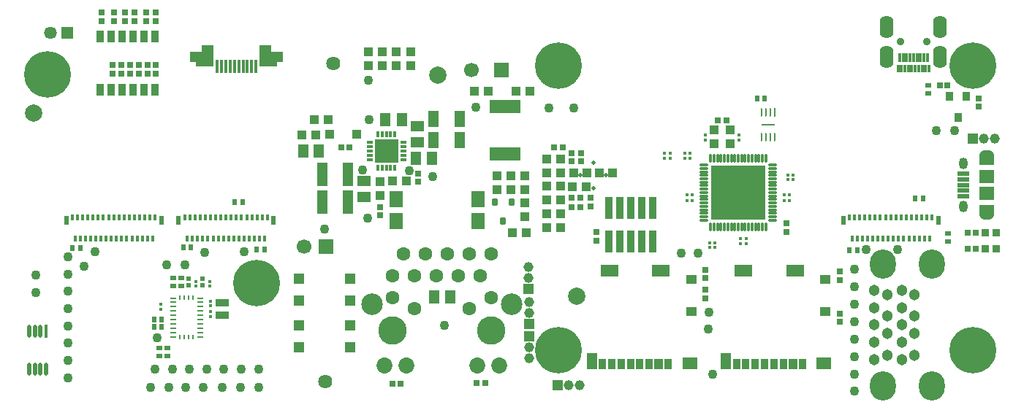
<source format=gts>
G04*
G04 #@! TF.GenerationSoftware,Altium Limited,Altium Designer,21.6.1 (37)*
G04*
G04 Layer_Color=8388736*
%FSLAX44Y44*%
%MOMM*%
G71*
G04*
G04 #@! TF.SameCoordinates,B15FB352-D5CA-4759-B8DC-376305D7300E*
G04*
G04*
G04 #@! TF.FilePolarity,Negative*
G04*
G01*
G75*
%ADD40R,0.2500X0.5750*%
%ADD41R,0.6750X0.2500*%
G04:AMPARAMS|DCode=47|XSize=1.0111mm|YSize=0.2425mm|CornerRadius=0.1212mm|HoleSize=0mm|Usage=FLASHONLY|Rotation=270.000|XOffset=0mm|YOffset=0mm|HoleType=Round|Shape=RoundedRectangle|*
%AMROUNDEDRECTD47*
21,1,1.0111,0.0000,0,0,270.0*
21,1,0.7686,0.2425,0,0,270.0*
1,1,0.2425,0.0000,-0.3843*
1,1,0.2425,0.0000,0.3843*
1,1,0.2425,0.0000,0.3843*
1,1,0.2425,0.0000,-0.3843*
%
%ADD47ROUNDEDRECTD47*%
%ADD64R,0.2425X1.0111*%
%ADD75R,0.4500X1.5000*%
%ADD76O,0.4500X1.5000*%
%ADD77C,1.1016*%
%ADD78R,1.6516X1.4516*%
%ADD79R,1.2716X1.9016*%
%ADD80R,2.0016X1.4516*%
%ADD81R,1.3016X1.1016*%
%ADD82R,0.9516X1.2016*%
%ADD83R,0.9766X1.2016*%
%ADD84R,0.8516X1.2016*%
%ADD85R,0.7516X0.6516*%
%ADD86R,0.4216X0.4616*%
%ADD87R,1.1016X1.0016*%
%ADD88R,0.5516X0.6516*%
%ADD89R,1.1016X1.1016*%
%ADD90R,0.4066X1.5066*%
%ADD91R,0.5000X1.0500*%
%ADD92R,0.4000X0.7500*%
%ADD93C,2.0000*%
%ADD94R,0.6516X0.5516*%
%ADD95R,0.6216X0.6216*%
%ADD96R,1.5016X0.8516*%
%ADD97O,1.1016X0.3016*%
%ADD98O,0.3016X1.1016*%
%ADD99R,1.0016X1.1016*%
%ADD100R,0.6516X0.7516*%
%ADD101R,0.7216X0.7216*%
%ADD102R,0.7216X0.7216*%
%ADD103R,1.2516X1.9016*%
G04:AMPARAMS|DCode=104|XSize=0.6516mm|YSize=0.9016mm|CornerRadius=0.1003mm|HoleSize=0mm|Usage=FLASHONLY|Rotation=0.000|XOffset=0mm|YOffset=0mm|HoleType=Round|Shape=RoundedRectangle|*
%AMROUNDEDRECTD104*
21,1,0.6516,0.7010,0,0,0.0*
21,1,0.4510,0.9016,0,0,0.0*
1,1,0.2006,0.2255,-0.3505*
1,1,0.2006,-0.2255,-0.3505*
1,1,0.2006,-0.2255,0.3505*
1,1,0.2006,0.2255,0.3505*
%
%ADD104ROUNDEDRECTD104*%
%ADD105R,0.3316X0.9516*%
%ADD106R,0.3316X1.1016*%
%ADD107R,0.9016X1.1016*%
%ADD108R,1.2516X1.5516*%
%ADD109R,1.6516X1.6016*%
%ADD110R,1.4516X0.5016*%
%ADD111R,0.8616X2.5016*%
%ADD112R,6.3016X6.3016*%
%ADD113R,1.6500X0.2500*%
%ADD114R,0.9016X0.9016*%
%ADD115R,1.3016X1.3016*%
%ADD116R,0.4616X0.4216*%
%ADD117R,0.8616X1.3516*%
%ADD118R,1.6216X1.8816*%
%ADD119R,0.3516X0.8016*%
%ADD120R,0.8016X0.3516*%
%ADD121R,2.7016X2.7016*%
%ADD122R,1.0016X1.0516*%
%ADD123R,1.2516X2.8016*%
%ADD124R,1.1516X1.5016*%
%ADD125R,3.6616X1.5016*%
%ADD126R,1.5016X1.1516*%
%ADD127R,1.3516X2.4016*%
%ADD128R,2.7516X1.2016*%
%ADD129R,2.0516X1.7016*%
%ADD130R,1.6516X1.3016*%
%ADD131R,1.6516X1.3016*%
%ADD132C,1.1516*%
%ADD133R,1.1516X1.1516*%
%ADD134O,3.0016X3.4016*%
%ADD135C,1.3016*%
%ADD136R,1.4696X1.4696*%
%ADD137C,1.4696*%
%ADD138C,1.6256*%
%ADD139C,5.4000*%
%ADD140C,1.8516*%
%ADD141C,1.7000*%
%ADD142C,2.5016*%
%ADD143C,0.5080*%
%ADD144O,1.6016X2.6516*%
%ADD145O,1.6516X1.0016*%
%ADD146O,1.0516X1.3516*%
%ADD147R,1.1516X1.1516*%
%ADD148C,0.9116*%
%ADD149R,1.7000X1.7000*%
%ADD150C,1.6016*%
%ADD151C,3.3016*%
%ADD152C,0.1016*%
%ADD153C,0.6080*%
%ADD154C,0.6016*%
D40*
X186951Y120906D02*
D03*
X191951D02*
D03*
X196951D02*
D03*
X201951D02*
D03*
Y74656D02*
D03*
X196951D02*
D03*
X191951D02*
D03*
X186951D02*
D03*
D41*
X178826Y75281D02*
D03*
Y80281D02*
D03*
Y85281D02*
D03*
Y90281D02*
D03*
Y95281D02*
D03*
Y100281D02*
D03*
Y105281D02*
D03*
Y110281D02*
D03*
Y115281D02*
D03*
Y120281D02*
D03*
X210076Y115281D02*
D03*
Y110281D02*
D03*
Y105281D02*
D03*
Y100281D02*
D03*
Y95281D02*
D03*
Y90281D02*
D03*
Y85281D02*
D03*
Y80281D02*
D03*
Y75281D02*
D03*
Y120281D02*
D03*
D47*
X875418Y307059D02*
D03*
X860418Y336069D02*
D03*
X870418Y307059D02*
D03*
X865418D02*
D03*
X860418D02*
D03*
X865418Y336069D02*
D03*
X870418D02*
D03*
D64*
X875418D02*
D03*
D75*
X31750Y81500D02*
D03*
D76*
X25250D02*
D03*
X18750D02*
D03*
X12250D02*
D03*
X25250Y37500D02*
D03*
X31750D02*
D03*
X18750D02*
D03*
X12250D02*
D03*
D77*
X1063000Y314750D02*
D03*
X967750Y12000D02*
D03*
X75750Y157500D02*
D03*
X171750Y158500D02*
D03*
X257750Y38000D02*
D03*
X277750D02*
D03*
X197750D02*
D03*
X88000Y174000D02*
D03*
X1017750Y176250D02*
D03*
X215000Y173000D02*
D03*
X261000Y174000D02*
D03*
X981500Y176250D02*
D03*
X643041Y340900D02*
D03*
X967750Y153750D02*
D03*
X493000Y89000D02*
D03*
X57000Y168000D02*
D03*
X20000Y147000D02*
D03*
Y127000D02*
D03*
X152750Y16500D02*
D03*
X277750D02*
D03*
X614244Y340634D02*
D03*
X1084500Y314750D02*
D03*
X767750Y172750D02*
D03*
X787250D02*
D03*
X257250Y16500D02*
D03*
X236000D02*
D03*
X214000D02*
D03*
X173500D02*
D03*
X193500D02*
D03*
X160000Y74000D02*
D03*
X57000Y27773D02*
D03*
Y68000D02*
D03*
Y48000D02*
D03*
Y88000D02*
D03*
Y108000D02*
D03*
Y128000D02*
D03*
Y148000D02*
D03*
X237750Y38000D02*
D03*
X177750D02*
D03*
X157750D02*
D03*
X217750D02*
D03*
X192250Y158500D02*
D03*
X799000Y84000D02*
D03*
X799250Y103500D02*
D03*
X967750Y133500D02*
D03*
Y113360D02*
D03*
Y32000D02*
D03*
Y92984D02*
D03*
Y52500D02*
D03*
Y72750D02*
D03*
X479740Y261404D02*
D03*
X398448Y268680D02*
D03*
X529778Y342176D02*
D03*
X803656Y32004D02*
D03*
X403794Y213398D02*
D03*
X452562Y268262D02*
D03*
X354010Y200190D02*
D03*
X405000Y373000D02*
D03*
X406080Y327698D02*
D03*
D78*
X932475Y44725D02*
D03*
X777194Y44722D02*
D03*
D79*
X819275Y46975D02*
D03*
X663994Y46972D02*
D03*
D80*
X899225Y151725D02*
D03*
X839525D02*
D03*
X684244Y151722D02*
D03*
X743944D02*
D03*
D81*
X934225Y141975D02*
D03*
Y104975D02*
D03*
X778944Y141972D02*
D03*
Y104972D02*
D03*
D82*
X907875Y43475D02*
D03*
X885875D02*
D03*
X874875D02*
D03*
X863875D02*
D03*
X852875D02*
D03*
X841875D02*
D03*
X719594Y43472D02*
D03*
X697594D02*
D03*
X752594D02*
D03*
X730594D02*
D03*
X708594D02*
D03*
X686594D02*
D03*
D83*
X896875Y43475D02*
D03*
X741594Y43472D02*
D03*
D84*
X831375Y43475D02*
D03*
X676094Y43472D02*
D03*
D85*
X950750Y92500D02*
D03*
Y102500D02*
D03*
X951000Y141500D02*
D03*
Y151500D02*
D03*
X662313Y226820D02*
D03*
X95962Y452000D02*
D03*
X110000D02*
D03*
X123000D02*
D03*
X134000D02*
D03*
X148000D02*
D03*
X158700D02*
D03*
X119000Y391000D02*
D03*
X139000D02*
D03*
X149000D02*
D03*
X109000D02*
D03*
X129000D02*
D03*
X159000D02*
D03*
X889200Y197100D02*
D03*
X795250Y153250D02*
D03*
X651256Y278718D02*
D03*
X640334D02*
D03*
X668838Y196633D02*
D03*
X159000Y381000D02*
D03*
X129000D02*
D03*
X109000D02*
D03*
X149000D02*
D03*
X139000D02*
D03*
X119000D02*
D03*
X889200Y207100D02*
D03*
X668838Y186633D02*
D03*
X640334Y288718D02*
D03*
X651256D02*
D03*
X158700Y442000D02*
D03*
X148000D02*
D03*
X134000D02*
D03*
X123000D02*
D03*
X110000D02*
D03*
X95962D02*
D03*
X662313Y236820D02*
D03*
X795250Y143250D02*
D03*
Y130250D02*
D03*
Y120250D02*
D03*
D86*
X222600Y111218D02*
D03*
Y116818D02*
D03*
Y104360D02*
D03*
Y98760D02*
D03*
X165000Y107200D02*
D03*
Y112800D02*
D03*
X205000Y134200D02*
D03*
Y139800D02*
D03*
X221000Y134200D02*
D03*
Y139800D02*
D03*
X748300Y282500D02*
D03*
Y288100D02*
D03*
X754900Y282500D02*
D03*
Y288100D02*
D03*
X795528Y309378D02*
D03*
X834644Y303778D02*
D03*
Y309378D02*
D03*
X795528Y303778D02*
D03*
X842772Y188976D02*
D03*
Y183376D02*
D03*
X836422Y188976D02*
D03*
Y183376D02*
D03*
X771400Y282500D02*
D03*
Y288100D02*
D03*
X777900Y282500D02*
D03*
Y288100D02*
D03*
X891032Y263150D02*
D03*
Y257550D02*
D03*
X897102Y263150D02*
D03*
Y257550D02*
D03*
X806704Y184664D02*
D03*
Y179064D02*
D03*
X800215Y184662D02*
D03*
Y179062D02*
D03*
D87*
X405000Y390000D02*
D03*
Y406000D02*
D03*
X421000Y406000D02*
D03*
Y390000D02*
D03*
X586590Y215028D02*
D03*
X805836Y315090D02*
D03*
X824336Y299590D02*
D03*
Y315090D02*
D03*
X805836Y299590D02*
D03*
X570144Y261762D02*
D03*
Y245762D02*
D03*
X437000Y390000D02*
D03*
Y406000D02*
D03*
X454000Y390000D02*
D03*
Y406000D02*
D03*
X418450Y255550D02*
D03*
Y239550D02*
D03*
X554142Y261762D02*
D03*
Y245762D02*
D03*
X586654Y261762D02*
D03*
Y245762D02*
D03*
X586590Y231028D02*
D03*
D88*
X71500Y178000D02*
D03*
X62500D02*
D03*
X156700Y86900D02*
D03*
X165700D02*
D03*
X156700Y95700D02*
D03*
X165700D02*
D03*
X962500Y176000D02*
D03*
X971500D02*
D03*
X199500Y179000D02*
D03*
X190500D02*
D03*
X1038500Y236000D02*
D03*
X1047500D02*
D03*
X284800Y176600D02*
D03*
X275800D02*
D03*
X250500Y232000D02*
D03*
X259500D02*
D03*
X855293Y352228D02*
D03*
X864293D02*
D03*
D89*
X215227Y398848D02*
D03*
X289377Y398768D02*
D03*
D90*
X229887Y388958D02*
D03*
X234887D02*
D03*
X239887D02*
D03*
X244887D02*
D03*
X249887D02*
D03*
X254887D02*
D03*
X259887D02*
D03*
X264887D02*
D03*
X269887D02*
D03*
X274887D02*
D03*
D03*
D91*
X295122Y210158D02*
D03*
X185122D02*
D03*
X55122D02*
D03*
X165122D02*
D03*
X955122D02*
D03*
X1065122D02*
D03*
D92*
X195197Y189158D02*
D03*
X201197D02*
D03*
X207197D02*
D03*
X213197D02*
D03*
X219197D02*
D03*
X225197D02*
D03*
X231197D02*
D03*
X237197D02*
D03*
X243197D02*
D03*
X249197D02*
D03*
X255197D02*
D03*
X261197D02*
D03*
X267197D02*
D03*
X273197D02*
D03*
X279197D02*
D03*
X192122Y213657D02*
D03*
X198122D02*
D03*
X204122D02*
D03*
X210122D02*
D03*
X216122D02*
D03*
X222122D02*
D03*
X228122D02*
D03*
X234122D02*
D03*
X240122D02*
D03*
X246122D02*
D03*
X252122D02*
D03*
X258122D02*
D03*
X264122D02*
D03*
X270122D02*
D03*
X276122D02*
D03*
X282122D02*
D03*
X285197Y189158D02*
D03*
X288122Y213657D02*
D03*
X158122D02*
D03*
X155197Y189158D02*
D03*
X152122Y213657D02*
D03*
X146122D02*
D03*
X140122D02*
D03*
X134122D02*
D03*
X128122D02*
D03*
X122122D02*
D03*
X116122D02*
D03*
X110122D02*
D03*
X104122D02*
D03*
X98122D02*
D03*
X92122D02*
D03*
X86122D02*
D03*
X80122D02*
D03*
X74122D02*
D03*
X68122D02*
D03*
X62122D02*
D03*
X149197Y189158D02*
D03*
X143197D02*
D03*
X137197D02*
D03*
X131197D02*
D03*
X125197D02*
D03*
X119197D02*
D03*
X113197D02*
D03*
X107197D02*
D03*
X101197D02*
D03*
X95197D02*
D03*
X89197D02*
D03*
X83197D02*
D03*
X77197D02*
D03*
X71197D02*
D03*
X65197D02*
D03*
X1058122Y213657D02*
D03*
X1055197Y189158D02*
D03*
X1052122Y213657D02*
D03*
X1046122D02*
D03*
X1040122D02*
D03*
X1034122D02*
D03*
X1028122D02*
D03*
X1022122D02*
D03*
X1016122D02*
D03*
X1010122D02*
D03*
X1004122D02*
D03*
X998122D02*
D03*
X992122D02*
D03*
X986122D02*
D03*
X980122D02*
D03*
X974122D02*
D03*
X968122D02*
D03*
X962122D02*
D03*
X1049197Y189158D02*
D03*
X1043197D02*
D03*
X1037197D02*
D03*
X1031197D02*
D03*
X1025197D02*
D03*
X1019197D02*
D03*
X1013197D02*
D03*
X1007197D02*
D03*
X1001197D02*
D03*
X995197D02*
D03*
X989197D02*
D03*
X983197D02*
D03*
X977197D02*
D03*
X971197D02*
D03*
X965197D02*
D03*
D93*
X17000Y335000D02*
D03*
X485250Y379250D02*
D03*
X646000Y122250D02*
D03*
D94*
X172250Y62250D02*
D03*
Y53250D02*
D03*
X163250Y62250D02*
D03*
Y53250D02*
D03*
X179000Y143500D02*
D03*
Y134500D02*
D03*
X187989Y143500D02*
D03*
Y134500D02*
D03*
X1076750Y186250D02*
D03*
Y195250D02*
D03*
X1053750Y367000D02*
D03*
Y358000D02*
D03*
D95*
X197000Y143000D02*
D03*
Y135000D02*
D03*
X213000Y143000D02*
D03*
Y135000D02*
D03*
D96*
X235750Y115050D02*
D03*
Y100450D02*
D03*
D97*
X793506Y230762D02*
D03*
Y242762D02*
D03*
X793506Y266762D02*
D03*
X873506Y254762D02*
D03*
X793506Y218762D02*
D03*
X793506Y254762D02*
D03*
X873506Y266762D02*
D03*
X873506Y230762D02*
D03*
Y210762D02*
D03*
Y214762D02*
D03*
X873506Y218762D02*
D03*
Y222762D02*
D03*
Y226762D02*
D03*
X873506Y234762D02*
D03*
Y238762D02*
D03*
Y242762D02*
D03*
Y246762D02*
D03*
Y250762D02*
D03*
X873506Y258762D02*
D03*
X873506Y262762D02*
D03*
Y270762D02*
D03*
X873506Y274762D02*
D03*
X793506D02*
D03*
X793506Y270762D02*
D03*
Y262762D02*
D03*
X793506Y258762D02*
D03*
X793506Y250762D02*
D03*
Y246762D02*
D03*
Y238762D02*
D03*
Y234762D02*
D03*
X793506Y226762D02*
D03*
Y222762D02*
D03*
X793506Y214762D02*
D03*
Y210762D02*
D03*
D98*
X825506Y282762D02*
D03*
X845506Y202762D02*
D03*
X833506D02*
D03*
X809506Y202762D02*
D03*
Y282762D02*
D03*
X821506Y282762D02*
D03*
X857506Y202762D02*
D03*
X821506Y202762D02*
D03*
X801506D02*
D03*
X805506D02*
D03*
X813506Y202762D02*
D03*
X817506D02*
D03*
X825506Y202762D02*
D03*
X829506D02*
D03*
X837506D02*
D03*
X841506D02*
D03*
X849506Y202762D02*
D03*
X853506Y202762D02*
D03*
X861506D02*
D03*
X865506Y202762D02*
D03*
Y282762D02*
D03*
X861506Y282762D02*
D03*
X857506Y282762D02*
D03*
X853506Y282762D02*
D03*
X849506Y282762D02*
D03*
X845506Y282762D02*
D03*
X841506D02*
D03*
X837506D02*
D03*
X833506D02*
D03*
X829506D02*
D03*
X817506Y282762D02*
D03*
X813506D02*
D03*
X805506Y282762D02*
D03*
X801506D02*
D03*
D99*
X611452Y218440D02*
D03*
Y234188D02*
D03*
Y249936D02*
D03*
Y202438D02*
D03*
Y265938D02*
D03*
Y281686D02*
D03*
X657600Y249400D02*
D03*
X528128Y360464D02*
D03*
X658600Y265850D02*
D03*
X672250Y265800D02*
D03*
X627452Y218440D02*
D03*
Y234188D02*
D03*
Y249936D02*
D03*
Y202438D02*
D03*
Y265938D02*
D03*
Y281686D02*
D03*
X641600Y249400D02*
D03*
X592000Y360550D02*
D03*
X642600Y265850D02*
D03*
X688250Y265800D02*
D03*
X576000Y360550D02*
D03*
X342520Y327406D02*
D03*
X358520D02*
D03*
X588136Y195834D02*
D03*
X572136D02*
D03*
X544128Y360464D02*
D03*
X344104Y309410D02*
D03*
X328104D02*
D03*
X448878Y256324D02*
D03*
X432878D02*
D03*
D100*
X640504Y236375D02*
D03*
X619952Y294894D02*
D03*
X640504Y225779D02*
D03*
X1109026Y177769D02*
D03*
X1099026D02*
D03*
X1109026Y196049D02*
D03*
X1099026D02*
D03*
X650504Y225779D02*
D03*
X650504Y236375D02*
D03*
X820086Y326898D02*
D03*
X810086D02*
D03*
X540432Y21336D02*
D03*
X530432D02*
D03*
X442642Y20828D02*
D03*
X432642D02*
D03*
X629952Y294894D02*
D03*
D101*
X1111946Y351756D02*
D03*
Y342756D02*
D03*
X418200Y225850D02*
D03*
Y216850D02*
D03*
X462892Y264358D02*
D03*
Y255358D02*
D03*
D102*
X1076000Y367500D02*
D03*
X382888Y295402D02*
D03*
X373888D02*
D03*
X1067000Y367500D02*
D03*
D103*
X510474Y327952D02*
D03*
X480474Y304076D02*
D03*
X510474D02*
D03*
X480474Y327952D02*
D03*
D104*
X561190Y209996D02*
D03*
X570690Y231996D02*
D03*
X551690D02*
D03*
D105*
X1030509Y386742D02*
D03*
X1042509D02*
D03*
X1054509D02*
D03*
X1050509D02*
D03*
X1046509D02*
D03*
X1038509D02*
D03*
X1034509D02*
D03*
X1026509D02*
D03*
X1022509D02*
D03*
X1018509D02*
D03*
D106*
X1024509Y398992D02*
D03*
X1036509D02*
D03*
X1048509D02*
D03*
X1052509D02*
D03*
X1044509D02*
D03*
X1040509D02*
D03*
X1032509D02*
D03*
X1028509D02*
D03*
X1020509D02*
D03*
D107*
X1097570Y354176D02*
D03*
X1088070Y330176D02*
D03*
X1078570Y354176D02*
D03*
D108*
X481579Y121905D02*
D03*
X347770Y291122D02*
D03*
X329770D02*
D03*
X499579Y121905D02*
D03*
D109*
X1120981Y261471D02*
D03*
Y241471D02*
D03*
D110*
X1093981Y264471D02*
D03*
Y238471D02*
D03*
Y244971D02*
D03*
Y251471D02*
D03*
Y257971D02*
D03*
D111*
X708752Y224923D02*
D03*
X734152Y185923D02*
D03*
X683352D02*
D03*
X696052D02*
D03*
X708752D02*
D03*
X721452D02*
D03*
X683352Y224923D02*
D03*
X696052D02*
D03*
X721452D02*
D03*
X734152D02*
D03*
D112*
X833506Y242762D02*
D03*
D113*
X867918Y321564D02*
D03*
D114*
X1132111Y195935D02*
D03*
Y177727D02*
D03*
X1119611D02*
D03*
Y195935D02*
D03*
D115*
X324750Y63500D02*
D03*
Y88500D02*
D03*
X383750Y63500D02*
D03*
Y88500D02*
D03*
X324764Y117500D02*
D03*
Y142500D02*
D03*
X383764Y117500D02*
D03*
Y142500D02*
D03*
D116*
X779780Y233426D02*
D03*
X774180D02*
D03*
X779786Y240030D02*
D03*
X774186D02*
D03*
X892810Y239776D02*
D03*
X887210D02*
D03*
X892808Y233172D02*
D03*
X887208D02*
D03*
D117*
X94250Y362250D02*
D03*
X106950D02*
D03*
X119650D02*
D03*
X132350D02*
D03*
X145050D02*
D03*
X157750D02*
D03*
X94250Y423750D02*
D03*
X106950D02*
D03*
X119650D02*
D03*
X132350D02*
D03*
X145050D02*
D03*
X157750D02*
D03*
D118*
X436984Y234966D02*
D03*
Y209566D02*
D03*
X532184Y234966D02*
D03*
Y209566D02*
D03*
D119*
X415852Y271288D02*
D03*
X420852D02*
D03*
X425852D02*
D03*
X430852D02*
D03*
X435852D02*
D03*
Y310288D02*
D03*
X430852D02*
D03*
X425852D02*
D03*
X420852D02*
D03*
X415852D02*
D03*
D120*
X445352Y280788D02*
D03*
Y285788D02*
D03*
Y290788D02*
D03*
Y295788D02*
D03*
Y300788D02*
D03*
X406352D02*
D03*
Y295788D02*
D03*
Y290788D02*
D03*
Y285788D02*
D03*
Y280788D02*
D03*
D121*
X425852Y290788D02*
D03*
D122*
X360172Y310642D02*
D03*
X391672Y310642D02*
D03*
D123*
X351710Y263944D02*
D03*
X381710D02*
D03*
X351710Y231432D02*
D03*
X381710D02*
D03*
D124*
X443632Y327168D02*
D03*
X424632D02*
D03*
X478996Y282210D02*
D03*
X459996D02*
D03*
D125*
X563052Y342552D02*
D03*
Y287952D02*
D03*
D126*
X461876Y300752D02*
D03*
Y319752D02*
D03*
X400154Y237404D02*
D03*
Y256404D02*
D03*
D127*
X219137Y401458D02*
D03*
X285637D02*
D03*
D128*
X212137Y400458D02*
D03*
X292636Y400458D02*
D03*
D129*
X215637Y397958D02*
D03*
X289136Y397958D02*
D03*
D130*
X1120980Y280471D02*
D03*
D131*
Y222472D02*
D03*
D132*
X649450Y19250D02*
D03*
X636750D02*
D03*
X1131062Y305308D02*
D03*
X590750Y156400D02*
D03*
X591000Y62800D02*
D03*
Y103200D02*
D03*
Y115900D02*
D03*
Y50100D02*
D03*
X590750Y143700D02*
D03*
X1118362Y305308D02*
D03*
D133*
X624050Y19250D02*
D03*
X1105662Y305308D02*
D03*
D134*
X1001048Y18742D02*
D03*
Y159642D02*
D03*
X1057848D02*
D03*
Y18742D02*
D03*
D135*
X1037848Y54192D02*
D03*
Y79192D02*
D03*
Y99192D02*
D03*
X1022848Y129192D02*
D03*
Y49192D02*
D03*
Y109192D02*
D03*
Y69192D02*
D03*
X1005848Y54192D02*
D03*
Y79192D02*
D03*
Y99192D02*
D03*
X990848Y129192D02*
D03*
Y49192D02*
D03*
Y109192D02*
D03*
Y69192D02*
D03*
Y89192D02*
D03*
X1005848Y124192D02*
D03*
X1022848Y89192D02*
D03*
X1037848Y124192D02*
D03*
D136*
X56500Y427750D02*
D03*
D137*
X36500D02*
D03*
D138*
X364124Y392875D02*
D03*
X354800Y23300D02*
D03*
D139*
X33600Y379700D02*
D03*
X275600Y137700D02*
D03*
X625312Y60082D02*
D03*
X1105312Y390082D02*
D03*
Y60082D02*
D03*
X625312Y390082D02*
D03*
D140*
X556454Y41788D02*
D03*
X449254D02*
D03*
X423854D02*
D03*
X531054D02*
D03*
D141*
X524216Y384594D02*
D03*
X330842Y179870D02*
D03*
D142*
X570799Y112888D02*
D03*
X409509D02*
D03*
D143*
X665466Y248037D02*
D03*
Y277537D02*
D03*
X650716Y262787D02*
D03*
X680216D02*
D03*
D144*
X1067509Y400392D02*
D03*
X1005509D02*
D03*
Y434492D02*
D03*
X1067509D02*
D03*
D145*
X1120981Y216471D02*
D03*
Y286471D02*
D03*
D146*
X1093981Y226471D02*
D03*
Y276471D02*
D03*
D147*
X591000Y90500D02*
D03*
Y75500D02*
D03*
X590750Y131000D02*
D03*
D148*
X1021509Y417692D02*
D03*
X1051509D02*
D03*
D149*
X355842Y179870D02*
D03*
X559216Y384594D02*
D03*
D150*
X534604Y145888D02*
D03*
X509204D02*
D03*
X483804D02*
D03*
X458404D02*
D03*
X433004D02*
D03*
X445704Y171288D02*
D03*
X471104D02*
D03*
X496504D02*
D03*
X521904D02*
D03*
X547304D02*
D03*
X433004Y120688D02*
D03*
X458404Y107988D02*
D03*
X521904D02*
D03*
X547304Y120688D02*
D03*
D151*
X433004Y82388D02*
D03*
X547304D02*
D03*
D152*
X1132021Y89231D02*
D03*
X15039Y285777D02*
D03*
D153*
X33600Y358950D02*
D03*
Y400450D02*
D03*
X12850Y379700D02*
D03*
X54350D02*
D03*
X275600Y116950D02*
D03*
Y158450D02*
D03*
X254850Y137700D02*
D03*
X296350D02*
D03*
X625312Y39332D02*
D03*
Y80832D02*
D03*
X604562Y60082D02*
D03*
X646062D02*
D03*
X1105312Y369332D02*
D03*
Y410832D02*
D03*
X1084562Y390082D02*
D03*
X1126062D02*
D03*
X1105312Y80832D02*
D03*
Y39332D02*
D03*
X1126062Y60082D02*
D03*
X1084562D02*
D03*
X625312Y410832D02*
D03*
Y369332D02*
D03*
X646062Y390082D02*
D03*
X604562D02*
D03*
D154*
X855506Y264762D02*
D03*
X855506Y253762D02*
D03*
X855506Y242762D02*
D03*
X855506Y231762D02*
D03*
X855506Y220762D02*
D03*
X844506Y264762D02*
D03*
Y253762D02*
D03*
X844506Y242762D02*
D03*
X844506Y231762D02*
D03*
Y220762D02*
D03*
X833506Y264762D02*
D03*
Y253762D02*
D03*
Y242762D02*
D03*
Y231762D02*
D03*
Y220762D02*
D03*
X822506Y264762D02*
D03*
Y253762D02*
D03*
X822506Y242762D02*
D03*
X822506Y231762D02*
D03*
Y220762D02*
D03*
X811506Y264762D02*
D03*
X811506Y253762D02*
D03*
X811506Y242762D02*
D03*
X811506Y231762D02*
D03*
X811506Y220762D02*
D03*
M02*

</source>
